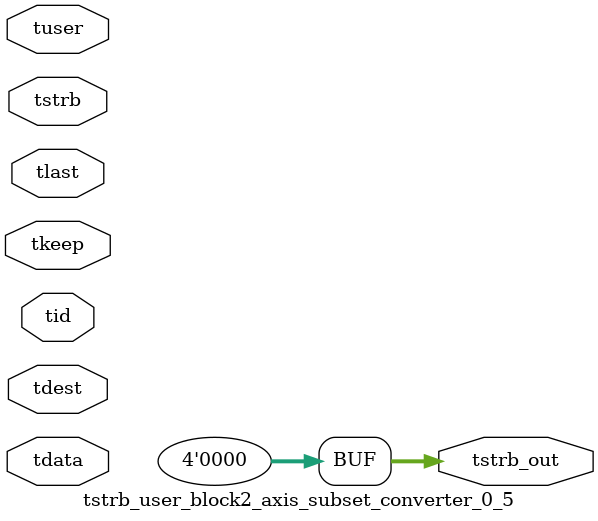
<source format=v>


`timescale 1ps/1ps

module tstrb_user_block2_axis_subset_converter_0_5 #
(
parameter C_S_AXIS_TDATA_WIDTH = 32,
parameter C_S_AXIS_TUSER_WIDTH = 0,
parameter C_S_AXIS_TID_WIDTH   = 0,
parameter C_S_AXIS_TDEST_WIDTH = 0,
parameter C_M_AXIS_TDATA_WIDTH = 32
)
(
input  [(C_S_AXIS_TDATA_WIDTH == 0 ? 1 : C_S_AXIS_TDATA_WIDTH)-1:0     ] tdata,
input  [(C_S_AXIS_TUSER_WIDTH == 0 ? 1 : C_S_AXIS_TUSER_WIDTH)-1:0     ] tuser,
input  [(C_S_AXIS_TID_WIDTH   == 0 ? 1 : C_S_AXIS_TID_WIDTH)-1:0       ] tid,
input  [(C_S_AXIS_TDEST_WIDTH == 0 ? 1 : C_S_AXIS_TDEST_WIDTH)-1:0     ] tdest,
input  [(C_S_AXIS_TDATA_WIDTH/8)-1:0 ] tkeep,
input  [(C_S_AXIS_TDATA_WIDTH/8)-1:0 ] tstrb,
input                                                                    tlast,
output [(C_M_AXIS_TDATA_WIDTH/8)-1:0 ] tstrb_out
);

assign tstrb_out = {1'b0};

endmodule


</source>
